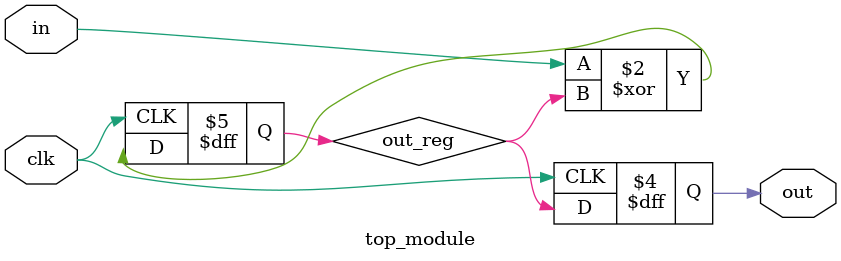
<source format=sv>
module top_module (
	input clk,
	input in,
	output logic out
);

reg out_reg;

always @(posedge clk) begin
    out_reg <= in ^ out_reg;
end

always @(posedge clk) begin
    out <= out_reg;
end

endmodule

</source>
